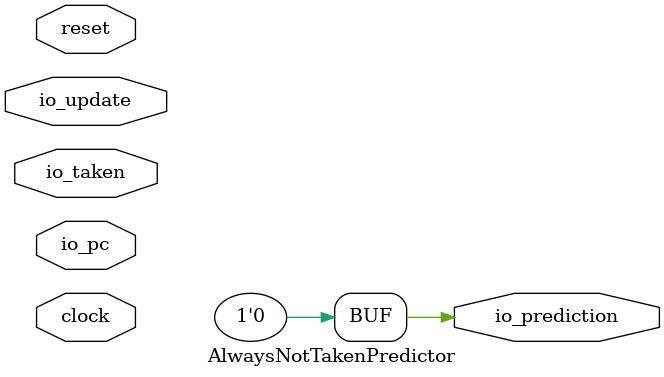
<source format=v>
module AlwaysNotTakenPredictor(
  input         clock,
  input         reset,
  input  [31:0] io_pc,
  input         io_update,
  input         io_taken,
  output        io_prediction
);
  assign io_prediction = 1'h0;
endmodule

</source>
